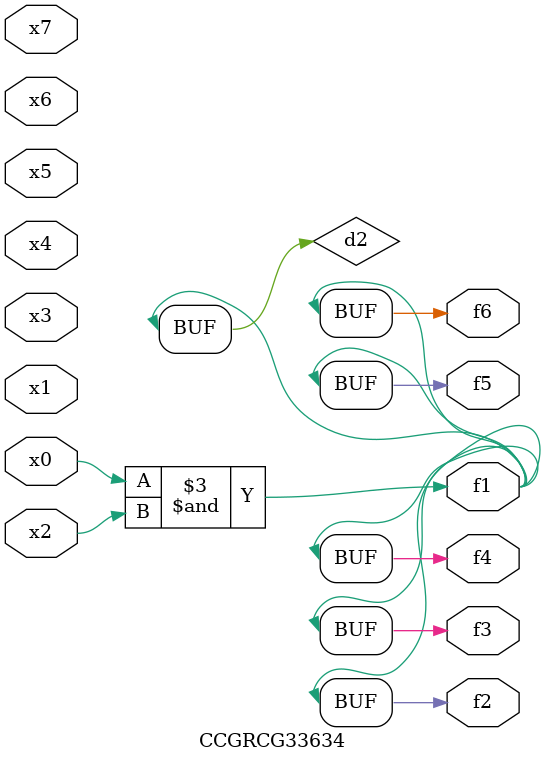
<source format=v>
module CCGRCG33634(
	input x0, x1, x2, x3, x4, x5, x6, x7,
	output f1, f2, f3, f4, f5, f6
);

	wire d1, d2;

	nor (d1, x3, x6);
	and (d2, x0, x2);
	assign f1 = d2;
	assign f2 = d2;
	assign f3 = d2;
	assign f4 = d2;
	assign f5 = d2;
	assign f6 = d2;
endmodule

</source>
